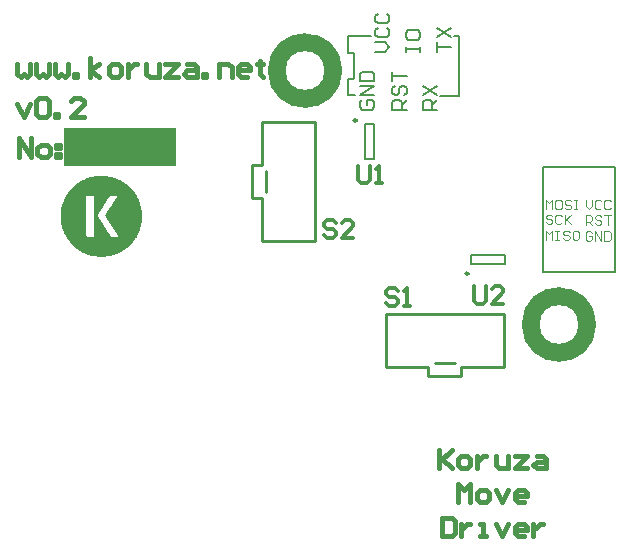
<source format=gto>
G04 Layer_Color=65535*
%FSAX25Y25*%
%MOIN*%
G70*
G01*
G75*
%ADD15C,0.01000*%
%ADD39C,0.01181*%
%ADD41C,0.05906*%
%ADD42C,0.00984*%
%ADD43C,0.00787*%
%ADD44C,0.00100*%
%ADD45C,0.01575*%
%ADD46C,0.00394*%
%ADD47R,0.37205X0.12598*%
D15*
X0142571Y0182465D02*
X0159106D01*
X0142571Y0164748D02*
Y0182465D01*
Y0164748D02*
X0156744D01*
Y0161598D02*
Y0164748D01*
Y0161598D02*
X0167768D01*
Y0164748D01*
X0181941D01*
Y0165142D01*
Y0182465D01*
X0165799D02*
X0181941D01*
X0158909D02*
X0165799D01*
X0158811Y0166027D02*
X0165701D01*
X0102512Y0223114D02*
Y0230004D01*
X0118949Y0223016D02*
Y0229906D01*
Y0206874D02*
Y0223016D01*
X0101626Y0206874D02*
X0118949D01*
X0101232D02*
X0101626D01*
X0101232D02*
Y0221047D01*
X0098083D02*
X0101232D01*
X0098083D02*
Y0232071D01*
X0101232D01*
Y0246244D01*
X0118949D01*
Y0229709D02*
Y0246244D01*
D39*
X0171902Y0191715D02*
Y0186795D01*
X0172886Y0185811D01*
X0174853D01*
X0175837Y0186795D01*
Y0191715D01*
X0181741Y0185811D02*
X0177805D01*
X0181741Y0189747D01*
Y0190731D01*
X0180757Y0191715D01*
X0178789D01*
X0177805Y0190731D01*
X0133319Y0231872D02*
Y0226952D01*
X0134303Y0225969D01*
X0136271D01*
X0137255Y0226952D01*
Y0231872D01*
X0139223Y0225969D02*
X0141190D01*
X0140206D01*
Y0231872D01*
X0139223Y0230888D01*
X0125837Y0212778D02*
X0124853Y0213762D01*
X0122886D01*
X0121902Y0212778D01*
Y0211794D01*
X0122886Y0210810D01*
X0124853D01*
X0125837Y0209826D01*
Y0208842D01*
X0124853Y0207858D01*
X0122886D01*
X0121902Y0208842D01*
X0131741Y0207858D02*
X0127805D01*
X0131741Y0211794D01*
Y0212778D01*
X0130757Y0213762D01*
X0128789D01*
X0127805Y0212778D01*
X0146703Y0189943D02*
X0145720Y0190927D01*
X0143752D01*
X0142768Y0189943D01*
Y0188959D01*
X0143752Y0187975D01*
X0145720D01*
X0146703Y0186992D01*
Y0186007D01*
X0145720Y0185024D01*
X0143752D01*
X0142768Y0186007D01*
X0148671Y0185024D02*
X0150639D01*
X0149655D01*
Y0190927D01*
X0148671Y0189943D01*
D41*
X0125051Y0263567D02*
G03*
X0125051Y0263567I-0009449J0000000D01*
G01*
X0209697Y0178921D02*
G03*
X0209697Y0178921I-0009449J0000000D01*
G01*
D42*
X0132866Y0246933D02*
G03*
X0132866Y0246933I-0000492J0000000D01*
G01*
X0170130Y0195850D02*
G03*
X0170130Y0195850I-0000492J0000000D01*
G01*
D43*
X0197295Y0231480D02*
X0218949D01*
Y0196244D02*
Y0231480D01*
X0194933Y0196244D02*
X0218949D01*
X0194933D02*
Y0231480D01*
X0199657D01*
X0160681Y0255102D02*
X0166980D01*
Y0275181D01*
X0165405D02*
X0166980D01*
X0129972Y0255299D02*
X0132335D01*
X0129972D02*
Y0260614D01*
X0130169Y0260811D01*
X0131744D01*
X0131941Y0261008D01*
Y0269276D01*
X0129972D02*
X0131941D01*
X0129972D02*
Y0275181D01*
X0137453D01*
X0135524Y0234236D02*
X0138673D01*
X0135524Y0245654D02*
X0138673D01*
Y0234236D02*
Y0245654D01*
X0135524Y0234236D02*
Y0245654D01*
X0182335Y0199000D02*
Y0202150D01*
X0170917Y0199000D02*
Y0202150D01*
X0182335D01*
X0170917Y0199000D02*
X0182335D01*
X0134698Y0253723D02*
X0133911Y0252936D01*
Y0251362D01*
X0134698Y0250575D01*
X0137847D01*
X0138634Y0251362D01*
Y0252936D01*
X0137847Y0253723D01*
X0136272D01*
Y0252149D01*
X0138634Y0255298D02*
X0133911D01*
X0138634Y0258446D01*
X0133911D01*
Y0260020D02*
X0138634D01*
Y0262382D01*
X0137847Y0263169D01*
X0134698D01*
X0133911Y0262382D01*
Y0260020D01*
X0149461Y0250575D02*
X0144738D01*
Y0252936D01*
X0145525Y0253723D01*
X0147099D01*
X0147886Y0252936D01*
Y0250575D01*
Y0252149D02*
X0149461Y0253723D01*
X0145525Y0258446D02*
X0144738Y0257659D01*
Y0256085D01*
X0145525Y0255298D01*
X0146312D01*
X0147099Y0256085D01*
Y0257659D01*
X0147886Y0258446D01*
X0148673D01*
X0149461Y0257659D01*
Y0256085D01*
X0148673Y0255298D01*
X0144738Y0260020D02*
Y0263169D01*
Y0261595D01*
X0149461D01*
X0159500Y0250575D02*
X0154777D01*
Y0252936D01*
X0155564Y0253723D01*
X0157139D01*
X0157926Y0252936D01*
Y0250575D01*
Y0252149D02*
X0159500Y0253723D01*
X0154777Y0255298D02*
X0159500Y0258446D01*
X0154777D02*
X0159500Y0255298D01*
X0159502Y0269866D02*
Y0273015D01*
Y0271440D01*
X0164224D01*
X0159502Y0274589D02*
X0164224Y0277738D01*
X0159502D02*
X0164224Y0274589D01*
X0149265Y0269866D02*
Y0271440D01*
Y0270653D01*
X0153988D01*
Y0269866D01*
Y0271440D01*
X0149265Y0276163D02*
Y0274589D01*
X0150052Y0273802D01*
X0153201D01*
X0153988Y0274589D01*
Y0276163D01*
X0153201Y0276950D01*
X0150052D01*
X0149265Y0276163D01*
X0139029Y0269866D02*
X0142178D01*
X0143752Y0271440D01*
X0142178Y0273015D01*
X0139029D01*
X0139816Y0277738D02*
X0139029Y0276950D01*
Y0275376D01*
X0139816Y0274589D01*
X0142965D01*
X0143752Y0275376D01*
Y0276950D01*
X0142965Y0277738D01*
X0139816Y0282460D02*
X0139029Y0281673D01*
Y0280099D01*
X0139816Y0279312D01*
X0142965D01*
X0143752Y0280099D01*
Y0281673D01*
X0142965Y0282460D01*
D44*
X0047312Y0201718D02*
X0047412D01*
X0048812Y0201818D02*
X0048912D01*
X0046512D02*
X0048612D01*
X0046312D02*
X0046412D01*
X0046112D02*
X0046212D01*
X0049612Y0201918D02*
X0049712D01*
X0045612D02*
X0049512D01*
X0044912Y0202018D02*
X0050212D01*
X0044512Y0202118D02*
X0050612D01*
X0044212Y0202218D02*
X0051012D01*
X0044012D02*
X0044112D01*
X0051412Y0202318D02*
X0051512D01*
X0043812D02*
X0051312D01*
X0043412Y0202418D02*
X0051712D01*
X0043212Y0202518D02*
X0052012D01*
X0043012D02*
X0043112D01*
X0042912Y0202618D02*
X0052312D01*
X0042512Y0202718D02*
X0052612D01*
X0042412Y0202818D02*
X0052812D01*
X0042212D02*
X0042312D01*
X0042112Y0202918D02*
X0053012D01*
X0041812Y0203018D02*
X0053212D01*
X0041712Y0203118D02*
X0053512D01*
X0041412Y0203218D02*
X0053712D01*
X0041312Y0203318D02*
X0053812D01*
X0041012Y0203418D02*
X0054012D01*
X0040912Y0203518D02*
X0054212D01*
X0040812Y0203618D02*
X0054412D01*
X0040612Y0203718D02*
X0054512D01*
X0040412Y0203818D02*
X0054712D01*
X0040312Y0203918D02*
X0054912D01*
X0040012Y0204018D02*
X0055012D01*
X0040012Y0204118D02*
X0055212D01*
X0039812Y0204218D02*
X0055212D01*
X0039712Y0204318D02*
X0055412D01*
X0039512Y0204418D02*
X0055612D01*
X0039412Y0204518D02*
X0055712D01*
X0039312Y0204618D02*
X0055912D01*
X0039212Y0204718D02*
X0055912D01*
X0039012Y0204818D02*
X0056112D01*
X0038912Y0204918D02*
X0056212D01*
X0038812Y0205018D02*
X0056312D01*
X0038612Y0205118D02*
X0056412D01*
X0038612Y0205218D02*
X0056612D01*
X0038412Y0205318D02*
X0056612D01*
X0038412Y0205418D02*
X0056712D01*
X0038212Y0205518D02*
X0056812D01*
X0038212Y0205618D02*
X0057012D01*
X0038012Y0205718D02*
X0057112D01*
X0038012Y0205818D02*
X0057212D01*
X0037812Y0205918D02*
X0057212D01*
X0037812Y0206018D02*
X0057412D01*
X0037712Y0206118D02*
X0057412D01*
X0037612Y0206218D02*
X0057512D01*
X0037412Y0206318D02*
X0057612D01*
X0037412Y0206418D02*
X0057712D01*
X0037312Y0206518D02*
X0057812D01*
X0037212Y0206618D02*
X0057912D01*
X0037212Y0206718D02*
X0058012D01*
X0037112Y0206818D02*
X0058012D01*
X0037012Y0206918D02*
X0058112D01*
X0036912Y0207018D02*
X0058212D01*
X0036812Y0207118D02*
X0058312D01*
X0036812Y0207218D02*
X0058312D01*
X0036612Y0207318D02*
X0058412D01*
X0036612Y0207418D02*
X0058512D01*
X0036612Y0207518D02*
X0058512D01*
X0036412Y0207618D02*
X0058712D01*
X0036412Y0207718D02*
X0058712D01*
X0036412Y0207818D02*
X0058712D01*
X0036312Y0207918D02*
X0058812D01*
X0036212Y0208018D02*
X0058912D01*
X0036212Y0208118D02*
X0058912D01*
X0053312Y0208218D02*
X0059112D01*
X0044912D02*
X0050812D01*
X0036112D02*
X0042612D01*
X0053412Y0208318D02*
X0059112D01*
X0045112D02*
X0050712D01*
X0036012D02*
X0042512D01*
X0053512Y0208418D02*
X0059112D01*
X0045212D02*
X0050412D01*
X0036012D02*
X0042412D01*
X0053512Y0208518D02*
X0059212D01*
X0045212D02*
X0050412D01*
X0036012D02*
X0042412D01*
X0053412Y0208618D02*
X0059212D01*
X0045212D02*
X0050312D01*
X0035812D02*
X0042312D01*
X0053412Y0208718D02*
X0059312D01*
X0045212D02*
X0050212D01*
X0035812D02*
X0042312D01*
X0053312Y0208818D02*
X0059312D01*
X0045212D02*
X0050212D01*
X0035812D02*
X0042412D01*
X0053312Y0208918D02*
X0059412D01*
X0045212D02*
X0050112D01*
X0035712D02*
X0042312D01*
X0053212Y0209018D02*
X0059512D01*
X0045212D02*
X0050012D01*
X0035612D02*
X0042312D01*
X0053112Y0209118D02*
X0059512D01*
X0045212D02*
X0049912D01*
X0035612D02*
X0042312D01*
X0053012Y0209218D02*
X0059512D01*
X0045212D02*
X0050012D01*
X0035612D02*
X0042412D01*
X0053012Y0209318D02*
X0059612D01*
X0045212D02*
X0049912D01*
X0035512D02*
X0042312D01*
X0052912Y0209418D02*
X0059712D01*
X0045212D02*
X0049712D01*
X0035412D02*
X0042312D01*
X0052912Y0209518D02*
X0059712D01*
X0045212D02*
X0049612D01*
X0035412D02*
X0042412D01*
X0052812Y0209618D02*
X0059812D01*
X0045212D02*
X0049712D01*
X0035312D02*
X0042312D01*
X0052712Y0209718D02*
X0059812D01*
X0045212D02*
X0049512D01*
X0035312D02*
X0042312D01*
X0052712Y0209818D02*
X0059812D01*
X0045212D02*
X0049612D01*
X0035312D02*
X0042412D01*
X0052612Y0209918D02*
X0059912D01*
X0045212D02*
X0049412D01*
X0035212D02*
X0042312D01*
X0052612Y0210018D02*
X0059912D01*
X0045212D02*
X0049412D01*
X0035212D02*
X0042412D01*
X0052412Y0210118D02*
X0059912D01*
X0045212D02*
X0049412D01*
X0035212D02*
X0042312D01*
X0052412Y0210218D02*
X0060012D01*
X0045212D02*
X0049212D01*
X0035112D02*
X0042312D01*
X0052312Y0210318D02*
X0060112D01*
X0045212D02*
X0049212D01*
X0035112D02*
X0042312D01*
X0052312Y0210418D02*
X0060012D01*
X0045212D02*
X0049212D01*
X0035012D02*
X0042412D01*
X0052312Y0210518D02*
X0060112D01*
X0052112D02*
X0052212D01*
X0045212D02*
X0049012D01*
X0035012D02*
X0042312D01*
X0052112Y0210618D02*
X0060112D01*
X0045212D02*
X0049012D01*
X0035012D02*
X0042312D01*
X0052112Y0210718D02*
X0060112D01*
X0045212D02*
X0049012D01*
X0034912D02*
X0042312D01*
X0051912Y0210818D02*
X0060212D01*
X0045212D02*
X0048912D01*
X0034912D02*
X0042312D01*
X0052012Y0210918D02*
X0060212D01*
X0045212D02*
X0048812D01*
X0034912D02*
X0042412D01*
X0051812Y0211018D02*
X0060312D01*
X0045212D02*
X0048712D01*
X0034912D02*
X0042312D01*
X0051812Y0211118D02*
X0060312D01*
X0045212D02*
X0048712D01*
X0034812D02*
X0042312D01*
X0051712Y0211218D02*
X0060412D01*
X0045212D02*
X0048512D01*
X0034712D02*
X0042412D01*
X0051712Y0211318D02*
X0060312D01*
X0045212D02*
X0048612D01*
X0034812D02*
X0042312D01*
X0051612Y0211418D02*
X0060412D01*
X0045212D02*
X0048512D01*
X0034712D02*
X0042312D01*
X0051512Y0211518D02*
X0060412D01*
X0045212D02*
X0048412D01*
X0034712D02*
X0042412D01*
X0051512Y0211618D02*
X0060412D01*
X0045212D02*
X0048412D01*
X0034712D02*
X0042312D01*
X0051412Y0211718D02*
X0060512D01*
X0045212D02*
X0048312D01*
X0034612D02*
X0042312D01*
X0051312Y0211818D02*
X0060512D01*
X0045212D02*
X0048212D01*
X0034612D02*
X0042412D01*
X0051312Y0211918D02*
X0060612D01*
X0045212D02*
X0048212D01*
X0034612D02*
X0042312D01*
X0051112Y0212018D02*
X0060512D01*
X0045212D02*
X0048112D01*
X0034512D02*
X0042412D01*
X0051212Y0212118D02*
X0060612D01*
X0045212D02*
X0048012D01*
X0034512D02*
X0042312D01*
X0051012Y0212218D02*
X0060612D01*
X0045212D02*
X0048012D01*
X0034512D02*
X0042312D01*
X0050912Y0212318D02*
X0060612D01*
X0045212D02*
X0047912D01*
X0034412D02*
X0042312D01*
X0051012Y0212418D02*
X0060612D01*
X0045212D02*
X0047812D01*
X0034512D02*
X0042412D01*
X0050912Y0212518D02*
X0060712D01*
X0045212D02*
X0047812D01*
X0034512D02*
X0042312D01*
X0050712Y0212618D02*
X0060712D01*
X0047712D02*
X0047812D01*
X0045212D02*
X0047612D01*
X0034412D02*
X0042312D01*
X0050812Y0212718D02*
X0060712D01*
X0045212D02*
X0047712D01*
X0034412D02*
X0042312D01*
X0050712Y0212818D02*
X0060712D01*
X0045212D02*
X0047512D01*
X0034412D02*
X0042412D01*
X0050712Y0212918D02*
X0060812D01*
X0050512D02*
X0050612D01*
X0045212D02*
X0047612D01*
X0034412D02*
X0042312D01*
X0050512Y0213018D02*
X0060712D01*
X0045212D02*
X0047412D01*
X0034412D02*
X0042312D01*
X0050512Y0213118D02*
X0060712D01*
X0045212D02*
X0047412D01*
X0034412D02*
X0042412D01*
X0050312Y0213218D02*
X0060812D01*
X0045212D02*
X0047312D01*
X0034312D02*
X0042312D01*
X0050412Y0213318D02*
X0060812D01*
X0045212D02*
X0047312D01*
X0034312D02*
X0042312D01*
X0050212Y0213418D02*
X0060812D01*
X0045212D02*
X0047212D01*
X0034312D02*
X0042412D01*
X0050212Y0213518D02*
X0060812D01*
X0045212D02*
X0047112D01*
X0034312D02*
X0042312D01*
X0050112Y0213618D02*
X0060812D01*
X0045212D02*
X0047012D01*
X0034312D02*
X0042412D01*
X0050112Y0213718D02*
X0060812D01*
X0047012D02*
X0047112D01*
X0045212D02*
X0046912D01*
X0034212D02*
X0042312D01*
X0050012Y0213818D02*
X0060812D01*
X0045212D02*
X0047012D01*
X0034312D02*
X0042312D01*
X0049912Y0213918D02*
X0060812D01*
X0045212D02*
X0046912D01*
X0034312D02*
X0042312D01*
X0049912Y0214018D02*
X0060812D01*
X0045212D02*
X0046812D01*
X0034212D02*
X0042412D01*
X0049812Y0214118D02*
X0060912D01*
X0045212D02*
X0046812D01*
X0034212D02*
X0042312D01*
X0049712Y0214218D02*
X0060912D01*
X0045212D02*
X0046712D01*
X0034312D02*
X0042312D01*
X0049712Y0214318D02*
X0060912D01*
X0046612D02*
X0046712D01*
X0045212D02*
X0046512D01*
X0034212D02*
X0042312D01*
X0049612Y0214418D02*
X0060912D01*
X0045212D02*
X0046612D01*
X0034212D02*
X0042412D01*
X0049512Y0214518D02*
X0060912D01*
X0045212D02*
X0046412D01*
X0034212D02*
X0042312D01*
X0049512Y0214618D02*
X0060912D01*
X0046412D02*
X0046512D01*
X0045212D02*
X0046312D01*
X0034212D02*
X0042312D01*
X0049412Y0214718D02*
X0060912D01*
X0045212D02*
X0046412D01*
X0034212D02*
X0042412D01*
X0049312Y0214818D02*
X0060912D01*
X0045212D02*
X0046212D01*
X0034212D02*
X0042312D01*
X0049312Y0214918D02*
X0061012D01*
X0045212D02*
X0046212D01*
X0034212D02*
X0042312D01*
X0049212Y0215018D02*
X0060912D01*
X0045212D02*
X0046212D01*
X0034212D02*
X0042412D01*
X0049112Y0215118D02*
X0060912D01*
X0045212D02*
X0046112D01*
X0034212D02*
X0042312D01*
X0049112Y0215218D02*
X0060912D01*
X0045212D02*
X0046112D01*
X0034212D02*
X0042412D01*
X0049012Y0215318D02*
X0060912D01*
X0045212D02*
X0046012D01*
X0034212D02*
X0042312D01*
X0048912Y0215418D02*
X0061012D01*
X0045212D02*
X0046112D01*
X0034212D02*
X0042312D01*
X0049012Y0215518D02*
X0060912D01*
X0045212D02*
X0046112D01*
X0034212D02*
X0042312D01*
X0049112Y0215618D02*
X0060912D01*
X0045212D02*
X0046112D01*
X0034212D02*
X0042412D01*
X0049212Y0215718D02*
X0060912D01*
X0045212D02*
X0046212D01*
X0034212D02*
X0042312D01*
X0049212Y0215818D02*
X0060912D01*
X0045212D02*
X0046212D01*
X0034212D02*
X0042312D01*
X0049312Y0215918D02*
X0060912D01*
X0045212D02*
X0046312D01*
X0034212D02*
X0042312D01*
X0049312Y0216018D02*
X0060912D01*
X0045212D02*
X0046412D01*
X0034212D02*
X0042412D01*
X0049412Y0216118D02*
X0060912D01*
X0045212D02*
X0046412D01*
X0034312D02*
X0042312D01*
X0049512Y0216218D02*
X0060812D01*
X0045212D02*
X0046512D01*
X0034212D02*
X0042312D01*
X0049512Y0216318D02*
X0060812D01*
X0045212D02*
X0046512D01*
X0034312D02*
X0042412D01*
X0049612Y0216418D02*
X0060912D01*
X0045212D02*
X0046712D01*
X0034212D02*
X0042312D01*
X0049712Y0216518D02*
X0060812D01*
X0045212D02*
X0046612D01*
X0034312D02*
X0042312D01*
X0049712Y0216618D02*
X0060812D01*
X0045212D02*
X0046712D01*
X0034312D02*
X0042412D01*
X0049912Y0216718D02*
X0060812D01*
X0049712D02*
X0049812D01*
X0045212D02*
X0046912D01*
X0034312D02*
X0042312D01*
X0049912Y0216818D02*
X0060812D01*
X0045212D02*
X0046812D01*
X0034312D02*
X0042412D01*
X0049912Y0216918D02*
X0060812D01*
X0045212D02*
X0046912D01*
X0034312D02*
X0042312D01*
X0050012Y0217018D02*
X0060812D01*
X0045212D02*
X0047112D01*
X0034312D02*
X0042312D01*
X0050012Y0217118D02*
X0060712D01*
X0045212D02*
X0047112D01*
X0034412D02*
X0042312D01*
X0050112Y0217218D02*
X0060812D01*
X0045212D02*
X0047112D01*
X0034312D02*
X0042412D01*
X0050312Y0217318D02*
X0060712D01*
X0045212D02*
X0047212D01*
X0034412D02*
X0042312D01*
X0050212Y0217418D02*
X0060712D01*
X0045212D02*
X0047212D01*
X0034412D02*
X0042312D01*
X0050412Y0217518D02*
X0060712D01*
X0045212D02*
X0047312D01*
X0034412D02*
X0042312D01*
X0050512Y0217618D02*
X0060712D01*
X0050312D02*
X0050412D01*
X0045212D02*
X0047412D01*
X0034412D02*
X0042412D01*
X0050412Y0217718D02*
X0060712D01*
X0045212D02*
X0047412D01*
X0034412D02*
X0042312D01*
X0050512Y0217818D02*
X0060612D01*
X0045212D02*
X0047512D01*
X0034512D02*
X0042312D01*
X0050612Y0217918D02*
X0060612D01*
X0045212D02*
X0047612D01*
X0034412D02*
X0042412D01*
X0050612Y0218018D02*
X0060612D01*
X0045212D02*
X0047612D01*
X0034512D02*
X0042312D01*
X0050712Y0218118D02*
X0060612D01*
X0045212D02*
X0047712D01*
X0034512D02*
X0042312D01*
X0050812Y0218218D02*
X0060512D01*
X0045212D02*
X0047812D01*
X0034612D02*
X0042412D01*
X0050912Y0218318D02*
X0060512D01*
X0045212D02*
X0047812D01*
X0034612D02*
X0042312D01*
X0050912Y0218418D02*
X0060512D01*
X0045212D02*
X0047912D01*
X0034612D02*
X0042412D01*
X0050912Y0218518D02*
X0060512D01*
X0045212D02*
X0047912D01*
X0034612D02*
X0042312D01*
X0051112Y0218618D02*
X0060412D01*
X0045212D02*
X0048012D01*
X0034712D02*
X0042312D01*
X0051112Y0218718D02*
X0060412D01*
X0045212D02*
X0048112D01*
X0034712D02*
X0042312D01*
X0051212Y0218818D02*
X0060412D01*
X0045212D02*
X0048112D01*
X0034712D02*
X0042412D01*
X0051212Y0218918D02*
X0060412D01*
X0045212D02*
X0048212D01*
X0034812D02*
X0042312D01*
X0051312Y0219018D02*
X0060312D01*
X0045212D02*
X0048312D01*
X0034712D02*
X0042312D01*
X0051412Y0219118D02*
X0060312D01*
X0045212D02*
X0048312D01*
X0034812D02*
X0042312D01*
X0051412Y0219218D02*
X0060312D01*
X0045212D02*
X0048412D01*
X0034912D02*
X0042412D01*
X0051512Y0219318D02*
X0060212D01*
X0045212D02*
X0048512D01*
X0034812D02*
X0042312D01*
X0051612Y0219418D02*
X0060212D01*
X0048512D02*
X0048612D01*
X0045212D02*
X0048412D01*
X0034912D02*
X0042312D01*
X0051612Y0219518D02*
X0060212D01*
X0045212D02*
X0048612D01*
X0034912D02*
X0042412D01*
X0051712Y0219618D02*
X0060112D01*
X0045212D02*
X0048612D01*
X0035012D02*
X0042312D01*
X0051812Y0219718D02*
X0060112D01*
X0045212D02*
X0048712D01*
X0035012D02*
X0042312D01*
X0051812Y0219818D02*
X0060012D01*
X0045212D02*
X0048812D01*
X0035112D02*
X0042412D01*
X0051912Y0219918D02*
X0060012D01*
X0045212D02*
X0048812D01*
X0035112D02*
X0042312D01*
X0052012Y0220018D02*
X0060012D01*
X0045212D02*
X0048912D01*
X0035112D02*
X0042412D01*
X0052112Y0220118D02*
X0060012D01*
X0045212D02*
X0049012D01*
X0035112D02*
X0042312D01*
X0052012Y0220218D02*
X0059912D01*
X0045212D02*
X0049012D01*
X0035212D02*
X0042312D01*
X0052112Y0220318D02*
X0059912D01*
X0045212D02*
X0049112D01*
X0035212D02*
X0042312D01*
X0052212Y0220418D02*
X0059812D01*
X0045212D02*
X0049212D01*
X0035312D02*
X0042412D01*
X0052412Y0220518D02*
X0059812D01*
X0049212D02*
X0049312D01*
X0045212D02*
X0049112D01*
X0035312D02*
X0042312D01*
X0052312Y0220618D02*
X0059812D01*
X0045212D02*
X0049212D01*
X0035412D02*
X0042312D01*
X0052412Y0220718D02*
X0059712D01*
X0045212D02*
X0049412D01*
X0035412D02*
X0042312D01*
X0052512Y0220818D02*
X0059612D01*
X0045212D02*
X0049412D01*
X0035412D02*
X0042412D01*
X0052512Y0220918D02*
X0059612D01*
X0045212D02*
X0049512D01*
X0035512D02*
X0042312D01*
X0052712Y0221018D02*
X0059612D01*
X0045212D02*
X0049512D01*
X0035612D02*
X0042312D01*
X0052712Y0221118D02*
X0059512D01*
X0045212D02*
X0049512D01*
X0035612D02*
X0042312D01*
X0052812Y0221218D02*
X0059412D01*
X0045212D02*
X0049712D01*
X0035612D02*
X0042312D01*
X0052812Y0221318D02*
X0059412D01*
X0045212D02*
X0049712D01*
X0035712D02*
X0042412D01*
X0052912Y0221418D02*
X0059412D01*
X0045212D02*
X0049812D01*
X0035812D02*
X0042312D01*
X0052912Y0221518D02*
X0059312D01*
X0045212D02*
X0049912D01*
X0035812D02*
X0042412D01*
X0053012Y0221618D02*
X0059212D01*
X0045212D02*
X0049812D01*
X0035912D02*
X0042312D01*
X0053112Y0221718D02*
X0059212D01*
X0045212D02*
X0049912D01*
X0035912D02*
X0042312D01*
X0053112Y0221818D02*
X0059112D01*
X0045212D02*
X0050112D01*
X0035912D02*
X0042412D01*
X0053112Y0221918D02*
X0059112D01*
X0045112D02*
X0050112D01*
X0036012D02*
X0042412D01*
X0053012Y0222018D02*
X0059012D01*
X0052812D02*
X0052912D01*
X0052512D02*
X0052712D01*
X0052012D02*
X0052412D01*
X0051812D02*
X0051912D01*
X0051412D02*
X0051612D01*
X0051212D02*
X0051312D01*
X0050912D02*
X0051012D01*
X0050612D02*
X0050812D01*
X0050412D02*
X0050512D01*
X0045012D02*
X0050312D01*
X0044812D02*
X0044912D01*
X0044412D02*
X0044512D01*
X0044212D02*
X0044312D01*
X0043812D02*
X0043912D01*
X0043612D02*
X0043712D01*
X0043212D02*
X0043312D01*
X0043012D02*
X0043112D01*
X0042812D02*
X0042912D01*
X0036112D02*
X0042712D01*
X0036212Y0222118D02*
X0058912D01*
X0036212Y0222218D02*
X0058912D01*
X0036312Y0222318D02*
X0058812D01*
X0036312Y0222418D02*
X0058812D01*
X0036412Y0222518D02*
X0058712D01*
X0036512Y0222618D02*
X0058612D01*
X0036512Y0222718D02*
X0058512D01*
X0036712Y0222818D02*
X0058512D01*
X0036712Y0222918D02*
X0058512D01*
X0036712Y0223018D02*
X0058312D01*
X0036912Y0223118D02*
X0058212D01*
X0036912Y0223218D02*
X0058212D01*
X0036912Y0223318D02*
X0058112D01*
X0037112Y0223418D02*
X0058012D01*
X0037112Y0223518D02*
X0058012D01*
X0037212Y0223618D02*
X0057912D01*
X0037412Y0223718D02*
X0057812D01*
X0037412Y0223818D02*
X0057712D01*
X0037512Y0223918D02*
X0057612D01*
X0037612Y0224018D02*
X0057512D01*
X0037712Y0224118D02*
X0057412D01*
X0037712Y0224218D02*
X0057412D01*
X0037812Y0224318D02*
X0057212D01*
X0038012Y0224418D02*
X0057212D01*
X0038012Y0224518D02*
X0057112D01*
X0038212Y0224618D02*
X0056912D01*
X0038212Y0224718D02*
X0056912D01*
X0038312Y0224818D02*
X0056712D01*
X0038512Y0224918D02*
X0056612D01*
X0038612Y0225018D02*
X0056612D01*
X0038712Y0225118D02*
X0056412D01*
X0038712Y0225218D02*
X0056312D01*
X0038912Y0225318D02*
X0056212D01*
X0039112Y0225418D02*
X0056112D01*
X0039212Y0225518D02*
X0056012D01*
X0039212Y0225618D02*
X0055812D01*
X0039412Y0225718D02*
X0055712D01*
X0039512Y0225818D02*
X0055612D01*
X0039712Y0225918D02*
X0055412D01*
X0039812Y0226018D02*
X0055312D01*
X0040012Y0226118D02*
X0055212D01*
X0040112Y0226218D02*
X0055012D01*
X0040212Y0226318D02*
X0054912D01*
X0040412Y0226418D02*
X0054712D01*
X0040612Y0226518D02*
X0054512D01*
X0040712Y0226618D02*
X0054412D01*
X0040912Y0226718D02*
X0054312D01*
X0041112Y0226818D02*
X0054012D01*
X0041212Y0226918D02*
X0053812D01*
X0041412Y0227018D02*
X0053612D01*
X0041612Y0227118D02*
X0053512D01*
X0041912Y0227218D02*
X0053212D01*
X0042112Y0227318D02*
X0053012D01*
X0042312Y0227418D02*
X0052812D01*
X0042612Y0227518D02*
X0052612D01*
X0042912Y0227618D02*
X0052312D01*
X0042712D02*
X0042812D01*
X0043112Y0227718D02*
X0051912D01*
X0043412Y0227818D02*
X0051712D01*
X0043812Y0227918D02*
X0051412D01*
X0043612D02*
X0043712D01*
X0044112Y0228018D02*
X0051012D01*
X0050612Y0228118D02*
X0050712D01*
X0044512D02*
X0050512D01*
X0044912Y0228218D02*
X0050212D01*
X0049612Y0228318D02*
X0049712D01*
X0045612D02*
X0049512D01*
X0045312D02*
X0045412D01*
X0048712Y0228418D02*
X0048812D01*
X0046512D02*
X0048612D01*
X0046312D02*
X0046412D01*
X0047512Y0228518D02*
X0047612D01*
D45*
X0019736Y0265715D02*
Y0262567D01*
X0020786Y0261517D01*
X0021835Y0262567D01*
X0022885Y0261517D01*
X0023934Y0262567D01*
Y0265715D01*
X0026033D02*
Y0262567D01*
X0027083Y0261517D01*
X0028132Y0262567D01*
X0029182Y0261517D01*
X0030231Y0262567D01*
Y0265715D01*
X0032331D02*
Y0262567D01*
X0033380Y0261517D01*
X0034430Y0262567D01*
X0035479Y0261517D01*
X0036529Y0262567D01*
Y0265715D01*
X0038628Y0261517D02*
Y0262567D01*
X0039677D01*
Y0261517D01*
X0038628D01*
X0043875D02*
Y0267814D01*
Y0263616D02*
X0047024Y0265715D01*
X0043875Y0263616D02*
X0047024Y0261517D01*
X0051222D02*
X0053321D01*
X0054371Y0262567D01*
Y0264666D01*
X0053321Y0265715D01*
X0051222D01*
X0050173Y0264666D01*
Y0262567D01*
X0051222Y0261517D01*
X0056470Y0265715D02*
Y0261517D01*
Y0263616D01*
X0057519Y0264666D01*
X0058569Y0265715D01*
X0059618D01*
X0062767D02*
Y0262567D01*
X0063816Y0261517D01*
X0066965D01*
Y0265715D01*
X0069064D02*
X0073262D01*
X0069064Y0261517D01*
X0073262D01*
X0076411Y0265715D02*
X0078510D01*
X0079559Y0264666D01*
Y0261517D01*
X0076411D01*
X0075361Y0262567D01*
X0076411Y0263616D01*
X0079559D01*
X0081658Y0261517D02*
Y0262567D01*
X0082708D01*
Y0261517D01*
X0081658D01*
X0086906D02*
Y0265715D01*
X0090055D01*
X0091104Y0264666D01*
Y0261517D01*
X0096352D02*
X0094253D01*
X0093203Y0262567D01*
Y0264666D01*
X0094253Y0265715D01*
X0096352D01*
X0097401Y0264666D01*
Y0263616D01*
X0093203D01*
X0100550Y0266765D02*
Y0265715D01*
X0099500D01*
X0101599D01*
X0100550D01*
Y0262567D01*
X0101599Y0261517D01*
X0160262Y0137221D02*
Y0130924D01*
Y0133023D01*
X0164460Y0137221D01*
X0161312Y0134073D01*
X0164460Y0130924D01*
X0167609D02*
X0169708D01*
X0170757Y0131974D01*
Y0134073D01*
X0169708Y0135122D01*
X0167609D01*
X0166559Y0134073D01*
Y0131974D01*
X0167609Y0130924D01*
X0172856Y0135122D02*
Y0130924D01*
Y0133023D01*
X0173906Y0134073D01*
X0174955Y0135122D01*
X0176005D01*
X0179154D02*
Y0131974D01*
X0180203Y0130924D01*
X0183352D01*
Y0135122D01*
X0185451D02*
X0189649D01*
X0185451Y0130924D01*
X0189649D01*
X0192798Y0135122D02*
X0194897D01*
X0195946Y0134073D01*
Y0130924D01*
X0192798D01*
X0191748Y0131974D01*
X0192798Y0133023D01*
X0195946D01*
X0166559Y0119588D02*
Y0125885D01*
X0168658Y0123786D01*
X0170757Y0125885D01*
Y0119588D01*
X0173906D02*
X0176005D01*
X0177055Y0120638D01*
Y0122737D01*
X0176005Y0123786D01*
X0173906D01*
X0172856Y0122737D01*
Y0120638D01*
X0173906Y0119588D01*
X0179154Y0123786D02*
X0181253Y0119588D01*
X0183352Y0123786D01*
X0188599Y0119588D02*
X0186500D01*
X0185451Y0120638D01*
Y0122737D01*
X0186500Y0123786D01*
X0188599D01*
X0189649Y0122737D01*
Y0121687D01*
X0185451D01*
X0161312Y0114549D02*
Y0108252D01*
X0164460D01*
X0165510Y0109301D01*
Y0113500D01*
X0164460Y0114549D01*
X0161312D01*
X0167609Y0112450D02*
Y0108252D01*
Y0110351D01*
X0168658Y0111400D01*
X0169708Y0112450D01*
X0170757D01*
X0173906Y0108252D02*
X0176005D01*
X0174955D01*
Y0112450D01*
X0173906D01*
X0179154D02*
X0181253Y0108252D01*
X0183352Y0112450D01*
X0188599Y0108252D02*
X0186500D01*
X0185451Y0109301D01*
Y0111400D01*
X0186500Y0112450D01*
X0188599D01*
X0189649Y0111400D01*
Y0110351D01*
X0185451D01*
X0191748Y0112450D02*
Y0108252D01*
Y0110351D01*
X0192798Y0111400D01*
X0193847Y0112450D01*
X0194897D01*
X0019736Y0252248D02*
X0021835Y0248050D01*
X0023934Y0252248D01*
X0026033Y0253298D02*
X0027083Y0254347D01*
X0029182D01*
X0030231Y0253298D01*
Y0249100D01*
X0029182Y0248050D01*
X0027083D01*
X0026033Y0249100D01*
Y0253298D01*
X0032331Y0248050D02*
Y0249100D01*
X0033380D01*
Y0248050D01*
X0032331D01*
X0041776D02*
X0037578D01*
X0041776Y0252248D01*
Y0253298D01*
X0040727Y0254347D01*
X0038628D01*
X0037578Y0253298D01*
X0020130Y0234647D02*
Y0240944D01*
X0024328Y0234647D01*
Y0240944D01*
X0027477Y0234647D02*
X0029576D01*
X0030625Y0235697D01*
Y0237796D01*
X0029576Y0238845D01*
X0027477D01*
X0026427Y0237796D01*
Y0235697D01*
X0027477Y0234647D01*
X0032724Y0238845D02*
X0033774D01*
Y0237796D01*
X0032724D01*
Y0238845D01*
Y0235697D02*
X0033774D01*
Y0234647D01*
X0032724D01*
Y0235697D01*
D46*
X0195917Y0207071D02*
Y0210219D01*
X0196967Y0209170D01*
X0198016Y0210219D01*
Y0207071D01*
X0199066Y0210219D02*
X0200115D01*
X0199591D01*
Y0207071D01*
X0199066D01*
X0200115D01*
X0203789Y0209695D02*
X0203264Y0210219D01*
X0202215D01*
X0201690Y0209695D01*
Y0209170D01*
X0202215Y0208645D01*
X0203264D01*
X0203789Y0208120D01*
Y0207596D01*
X0203264Y0207071D01*
X0202215D01*
X0201690Y0207596D01*
X0206413Y0210219D02*
X0205363D01*
X0204838Y0209695D01*
Y0207596D01*
X0205363Y0207071D01*
X0206413D01*
X0206937Y0207596D01*
Y0209695D01*
X0206413Y0210219D01*
X0198016Y0215010D02*
X0197492Y0215534D01*
X0196442D01*
X0195917Y0215010D01*
Y0214485D01*
X0196442Y0213960D01*
X0197492D01*
X0198016Y0213435D01*
Y0212911D01*
X0197492Y0212386D01*
X0196442D01*
X0195917Y0212911D01*
X0201165Y0215010D02*
X0200640Y0215534D01*
X0199591D01*
X0199066Y0215010D01*
Y0212911D01*
X0199591Y0212386D01*
X0200640D01*
X0201165Y0212911D01*
X0202215Y0215534D02*
Y0212386D01*
Y0213435D01*
X0204313Y0215534D01*
X0202739Y0213960D01*
X0204313Y0212386D01*
X0195917Y0217307D02*
Y0220456D01*
X0196967Y0219406D01*
X0198016Y0220456D01*
Y0217307D01*
X0200640Y0220456D02*
X0199591D01*
X0199066Y0219931D01*
Y0217832D01*
X0199591Y0217307D01*
X0200640D01*
X0201165Y0217832D01*
Y0219931D01*
X0200640Y0220456D01*
X0204313Y0219931D02*
X0203789Y0220456D01*
X0202739D01*
X0202215Y0219931D01*
Y0219406D01*
X0202739Y0218881D01*
X0203789D01*
X0204313Y0218357D01*
Y0217832D01*
X0203789Y0217307D01*
X0202739D01*
X0202215Y0217832D01*
X0205363Y0220456D02*
X0206413D01*
X0205888D01*
Y0217307D01*
X0205363D01*
X0206413D01*
X0209106Y0220456D02*
Y0218357D01*
X0210156Y0217307D01*
X0211205Y0218357D01*
Y0220456D01*
X0214354Y0219931D02*
X0213829Y0220456D01*
X0212780D01*
X0212255Y0219931D01*
Y0217832D01*
X0212780Y0217307D01*
X0213829D01*
X0214354Y0217832D01*
X0217502Y0219931D02*
X0216978Y0220456D01*
X0215928D01*
X0215404Y0219931D01*
Y0217832D01*
X0215928Y0217307D01*
X0216978D01*
X0217502Y0217832D01*
X0209106Y0212189D02*
Y0215337D01*
X0210681D01*
X0211205Y0214813D01*
Y0213763D01*
X0210681Y0213239D01*
X0209106D01*
X0210156D02*
X0211205Y0212189D01*
X0214354Y0214813D02*
X0213829Y0215337D01*
X0212780D01*
X0212255Y0214813D01*
Y0214288D01*
X0212780Y0213763D01*
X0213829D01*
X0214354Y0213239D01*
Y0212714D01*
X0213829Y0212189D01*
X0212780D01*
X0212255Y0212714D01*
X0215404Y0215337D02*
X0217502D01*
X0216453D01*
Y0212189D01*
X0211205Y0209498D02*
X0210681Y0210023D01*
X0209631D01*
X0209106Y0209498D01*
Y0207399D01*
X0209631Y0206874D01*
X0210681D01*
X0211205Y0207399D01*
Y0208448D01*
X0210156D01*
X0212255Y0206874D02*
Y0210023D01*
X0214354Y0206874D01*
Y0210023D01*
X0215404D02*
Y0206874D01*
X0216978D01*
X0217502Y0207399D01*
Y0209498D01*
X0216978Y0210023D01*
X0215404D01*
D47*
X0054087Y0238173D02*
D03*
M02*

</source>
